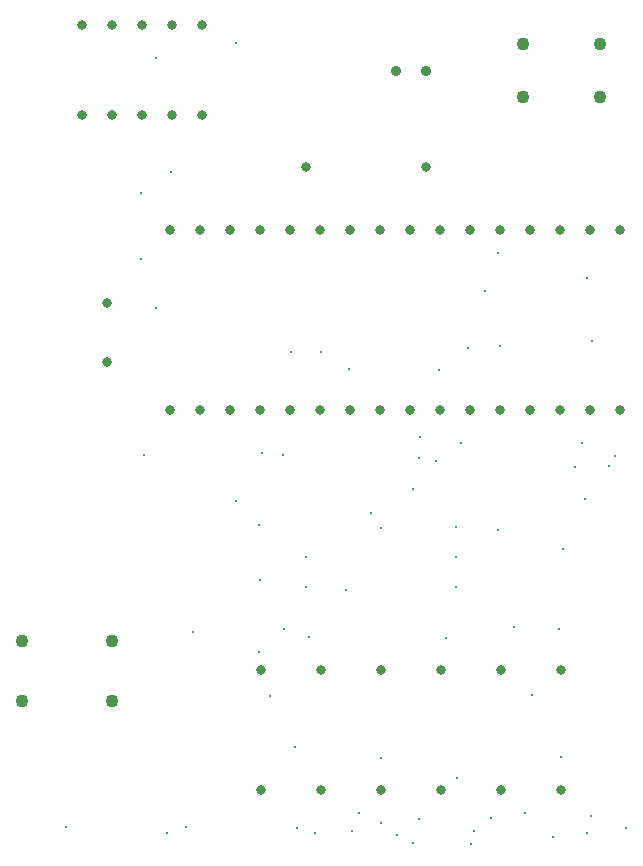
<source format=gbr>
%TF.GenerationSoftware,KiCad,Pcbnew,9.0.5-1.fc42*%
%TF.CreationDate,2025-11-09T17:32:50+08:00*%
%TF.ProjectId,JACC64-512K,4a414343-3634-42d3-9531-324b2e6b6963,rev?*%
%TF.SameCoordinates,Original*%
%TF.FileFunction,Plated,1,2,PTH,Drill*%
%TF.FilePolarity,Positive*%
%FSLAX46Y46*%
G04 Gerber Fmt 4.6, Leading zero omitted, Abs format (unit mm)*
G04 Created by KiCad (PCBNEW 9.0.5-1.fc42) date 2025-11-09 17:32:50*
%MOMM*%
%LPD*%
G01*
G04 APERTURE LIST*
%TA.AperFunction,ViaDrill*%
%ADD10C,0.300000*%
%TD*%
%TA.AperFunction,ComponentDrill*%
%ADD11C,0.800000*%
%TD*%
%TA.AperFunction,ComponentDrill*%
%ADD12C,0.900000*%
%TD*%
%TA.AperFunction,ComponentDrill*%
%ADD13C,1.100000*%
%TD*%
G04 APERTURE END LIST*
D10*
X127000000Y-139700000D03*
X133285785Y-91569540D03*
X133327930Y-86006428D03*
X133589399Y-108158600D03*
X134615300Y-74546900D03*
X134622200Y-95677800D03*
X135546500Y-140155400D03*
X135898762Y-84236347D03*
X137160000Y-139700000D03*
X137712249Y-123107388D03*
X141366300Y-73251400D03*
X141379000Y-112081803D03*
X143324451Y-114058443D03*
X143326700Y-124872900D03*
X143366596Y-118778660D03*
X143575537Y-107984152D03*
X144276200Y-128583800D03*
X145313700Y-108158600D03*
X145425600Y-122897100D03*
X146063863Y-99476347D03*
X146335424Y-132858547D03*
X146499500Y-139750800D03*
X147320000Y-116840000D03*
X147320000Y-119380000D03*
X147581075Y-123541021D03*
X148054400Y-140155400D03*
X148550405Y-99476347D03*
X150706852Y-119592269D03*
X150910513Y-100867125D03*
X151215446Y-140037942D03*
X151793000Y-138513600D03*
X152843200Y-113099000D03*
X153635290Y-133790084D03*
X153653937Y-139304802D03*
X153656600Y-114306900D03*
X154986700Y-140319400D03*
X156324400Y-111067400D03*
X156324400Y-140972600D03*
X156848800Y-108397900D03*
X156851600Y-139003200D03*
X156969800Y-106637800D03*
X158284800Y-108700500D03*
X158572658Y-100925683D03*
X159170892Y-123667455D03*
X160020000Y-114300000D03*
X160020000Y-116840000D03*
X160020000Y-119380000D03*
X160067800Y-135530138D03*
X160393090Y-107146698D03*
X161017056Y-99071312D03*
X161294100Y-141065300D03*
X161549400Y-140019300D03*
X162419600Y-94300200D03*
X162972100Y-138919400D03*
X163511805Y-114479891D03*
X163558900Y-91052700D03*
X163714322Y-98944878D03*
X164911810Y-122702600D03*
X165849200Y-138449700D03*
X166444600Y-128520200D03*
X168246200Y-140499500D03*
X168704155Y-122925609D03*
X168912505Y-133773147D03*
X169024565Y-116139951D03*
X170093800Y-109159700D03*
X170668212Y-107120967D03*
X170889900Y-111878700D03*
X171089660Y-93171042D03*
X171122400Y-140155400D03*
X171455100Y-138723500D03*
X171511108Y-98481285D03*
X172941000Y-109070800D03*
X173446900Y-108230300D03*
X174426200Y-139723800D03*
D11*
%TO.C,SW2*%
X128317800Y-71791400D03*
X128317800Y-79411400D03*
%TO.C,C1*%
X130488200Y-95307000D03*
X130488200Y-100307000D03*
%TO.C,SW2*%
X130857800Y-71791400D03*
X130857800Y-79411400D03*
X133397800Y-71791400D03*
X133397800Y-79411400D03*
%TO.C,U2*%
X135748100Y-89145200D03*
X135748100Y-104385200D03*
%TO.C,SW2*%
X135937800Y-71791400D03*
X135937800Y-79411400D03*
%TO.C,U2*%
X138288100Y-89145200D03*
X138288100Y-104385200D03*
%TO.C,SW2*%
X138477800Y-71791400D03*
X138477800Y-79411400D03*
%TO.C,U2*%
X140828100Y-89145200D03*
X140828100Y-104385200D03*
X143368100Y-89145200D03*
X143368100Y-104385200D03*
%TO.C,R7*%
X143496600Y-126393100D03*
X143496600Y-136553100D03*
%TO.C,U2*%
X145908100Y-89145200D03*
X145908100Y-104385200D03*
%TO.C,R1*%
X147320000Y-83820000D03*
%TO.C,U2*%
X148448100Y-89145200D03*
X148448100Y-104385200D03*
%TO.C,R6*%
X148576600Y-126393100D03*
X148576600Y-136553100D03*
%TO.C,U2*%
X150988100Y-89145200D03*
X150988100Y-104385200D03*
X153528100Y-89145200D03*
X153528100Y-104385200D03*
%TO.C,R5*%
X153656600Y-126393100D03*
X153656600Y-136553100D03*
%TO.C,U2*%
X156068100Y-89145200D03*
X156068100Y-104385200D03*
%TO.C,R1*%
X157480000Y-83820000D03*
%TO.C,U2*%
X158608100Y-89145200D03*
X158608100Y-104385200D03*
%TO.C,R4*%
X158736600Y-126393100D03*
X158736600Y-136553100D03*
%TO.C,U2*%
X161148100Y-89145200D03*
X161148100Y-104385200D03*
X163688100Y-89145200D03*
X163688100Y-104385200D03*
%TO.C,R3*%
X163816600Y-126393100D03*
X163816600Y-136553100D03*
%TO.C,U2*%
X166228100Y-89145200D03*
X166228100Y-104385200D03*
X168768100Y-89145200D03*
X168768100Y-104385200D03*
%TO.C,R2*%
X168896600Y-126393100D03*
X168896600Y-136553100D03*
%TO.C,U2*%
X171308100Y-89145200D03*
X171308100Y-104385200D03*
X173848100Y-89145200D03*
X173848100Y-104385200D03*
D12*
%TO.C,D3*%
X154935200Y-75643900D03*
X157475200Y-75643900D03*
D13*
%TO.C,D1*%
X123237800Y-123903900D03*
%TO.C,D2*%
X123237800Y-128983900D03*
%TO.C,D1*%
X130857800Y-123903900D03*
%TO.C,D2*%
X130857800Y-128983900D03*
%TO.C,SW1*%
X165707800Y-73393900D03*
X165707800Y-77893900D03*
X172207800Y-73393900D03*
X172207800Y-77893900D03*
M02*

</source>
